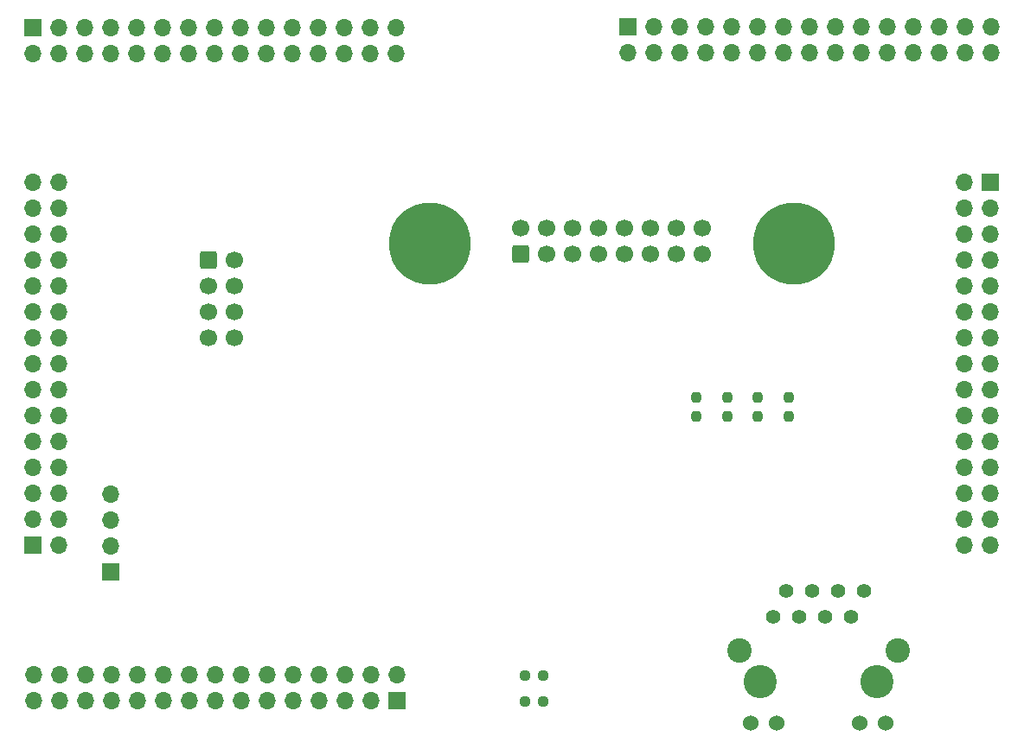
<source format=gbr>
%TF.GenerationSoftware,KiCad,Pcbnew,7.0.1*%
%TF.CreationDate,2023-05-11T10:15:00-05:00*%
%TF.ProjectId,i5ether,69356574-6865-4722-9e6b-696361645f70,rev?*%
%TF.SameCoordinates,Original*%
%TF.FileFunction,Soldermask,Top*%
%TF.FilePolarity,Negative*%
%FSLAX46Y46*%
G04 Gerber Fmt 4.6, Leading zero omitted, Abs format (unit mm)*
G04 Created by KiCad (PCBNEW 7.0.1) date 2023-05-11 10:15:00*
%MOMM*%
%LPD*%
G01*
G04 APERTURE LIST*
G04 Aperture macros list*
%AMRoundRect*
0 Rectangle with rounded corners*
0 $1 Rounding radius*
0 $2 $3 $4 $5 $6 $7 $8 $9 X,Y pos of 4 corners*
0 Add a 4 corners polygon primitive as box body*
4,1,4,$2,$3,$4,$5,$6,$7,$8,$9,$2,$3,0*
0 Add four circle primitives for the rounded corners*
1,1,$1+$1,$2,$3*
1,1,$1+$1,$4,$5*
1,1,$1+$1,$6,$7*
1,1,$1+$1,$8,$9*
0 Add four rect primitives between the rounded corners*
20,1,$1+$1,$2,$3,$4,$5,0*
20,1,$1+$1,$4,$5,$6,$7,0*
20,1,$1+$1,$6,$7,$8,$9,0*
20,1,$1+$1,$8,$9,$2,$3,0*%
G04 Aperture macros list end*
%ADD10RoundRect,0.250000X0.600000X-0.600000X0.600000X0.600000X-0.600000X0.600000X-0.600000X-0.600000X0*%
%ADD11C,1.700000*%
%ADD12C,8.000000*%
%ADD13R,1.700000X1.700000*%
%ADD14O,1.700000X1.700000*%
%ADD15RoundRect,0.237500X-0.237500X0.250000X-0.237500X-0.250000X0.237500X-0.250000X0.237500X0.250000X0*%
%ADD16RoundRect,0.250000X-0.600000X-0.600000X0.600000X-0.600000X0.600000X0.600000X-0.600000X0.600000X0*%
%ADD17RoundRect,0.237500X0.250000X0.237500X-0.250000X0.237500X-0.250000X-0.237500X0.250000X-0.237500X0*%
%ADD18C,3.250000*%
%ADD19C,1.400000*%
%ADD20C,1.530000*%
%ADD21C,2.400000*%
G04 APERTURE END LIST*
D10*
%TO.C,J1*%
X146920000Y-95150000D03*
D11*
X146920000Y-92610000D03*
X149460000Y-95150000D03*
X149460000Y-92610000D03*
X152000000Y-95150000D03*
X152000000Y-92610000D03*
X154540000Y-95150000D03*
X154540000Y-92610000D03*
X157080000Y-95150000D03*
X157080000Y-92610000D03*
X159620000Y-95150000D03*
X159620000Y-92610000D03*
X162160000Y-95150000D03*
X162160000Y-92610000D03*
X164700000Y-95150000D03*
X164700000Y-92610000D03*
D12*
X137980000Y-94130000D03*
X173640000Y-94130000D03*
%TD*%
D13*
%TO.C,J4*%
X106750000Y-126290000D03*
D14*
X106750000Y-123750000D03*
X106750000Y-121210000D03*
X106750000Y-118670000D03*
%TD*%
D15*
%TO.C,R2*%
X170140000Y-109265000D03*
X170140000Y-111090000D03*
%TD*%
%TO.C,R3*%
X167150000Y-109265000D03*
X167150000Y-111090000D03*
%TD*%
D16*
%TO.C,J3*%
X116350000Y-95780000D03*
D11*
X118890000Y-95780000D03*
X116350000Y-98320000D03*
X118890000Y-98320000D03*
X116350000Y-100860000D03*
X118890000Y-100860000D03*
X116350000Y-103400000D03*
X118890000Y-103400000D03*
%TD*%
D17*
%TO.C,R5*%
X149122500Y-138990000D03*
X147297500Y-138990000D03*
%TD*%
D15*
%TO.C,R1*%
X173130000Y-109225000D03*
X173130000Y-111050000D03*
%TD*%
%TO.C,R4*%
X164140000Y-109225000D03*
X164140000Y-111050000D03*
%TD*%
D17*
%TO.C,R6*%
X149122500Y-136450000D03*
X147297500Y-136450000D03*
%TD*%
D18*
%TO.C,J2*%
X181755000Y-137090000D03*
X170325000Y-137090000D03*
D19*
X171595000Y-130740000D03*
X172865000Y-128200000D03*
X174135000Y-130740000D03*
X175405000Y-128200000D03*
X176675000Y-130740000D03*
X177945000Y-128200000D03*
X179215000Y-130740000D03*
X180485000Y-128200000D03*
D20*
X169410000Y-141170000D03*
X171950000Y-141170000D03*
X180130000Y-141170000D03*
X182670000Y-141170000D03*
D21*
X183785000Y-134040000D03*
X168295000Y-134040000D03*
%TD*%
D13*
%TO.C,P1*%
X192910000Y-88120000D03*
D14*
X190370000Y-88120000D03*
X192910000Y-90660000D03*
X190370000Y-90660000D03*
X192910000Y-93200000D03*
X190370000Y-93200000D03*
X192910000Y-95740000D03*
X190370000Y-95740000D03*
X192910000Y-98280000D03*
X190370000Y-98280000D03*
X192910000Y-100820000D03*
X190370000Y-100820000D03*
X192910000Y-103360000D03*
X190370000Y-103360000D03*
X192910000Y-105900000D03*
X190370000Y-105900000D03*
X192910000Y-108440000D03*
X190370000Y-108440000D03*
X192910000Y-110980000D03*
X190370000Y-110980000D03*
X192910000Y-113520000D03*
X190370000Y-113520000D03*
X192910000Y-116060000D03*
X190370000Y-116060000D03*
X192910000Y-118600000D03*
X190370000Y-118600000D03*
X192910000Y-121140000D03*
X190370000Y-121140000D03*
X192910000Y-123680000D03*
X190370000Y-123680000D03*
%TD*%
D13*
%TO.C,P5*%
X134790000Y-138980000D03*
D14*
X134790000Y-136440000D03*
X132250000Y-138980000D03*
X132250000Y-136440000D03*
X129710000Y-138980000D03*
X129710000Y-136440000D03*
X127170000Y-138980000D03*
X127170000Y-136440000D03*
X124630000Y-138980000D03*
X124630000Y-136440000D03*
X122090000Y-138980000D03*
X122090000Y-136440000D03*
X119550000Y-138980000D03*
X119550000Y-136440000D03*
X117010000Y-138980000D03*
X117010000Y-136440000D03*
X114470000Y-138980000D03*
X114470000Y-136440000D03*
X111930000Y-138980000D03*
X111930000Y-136440000D03*
X109390000Y-138980000D03*
X109390000Y-136440000D03*
X106850000Y-138980000D03*
X106850000Y-136440000D03*
X104310000Y-138980000D03*
X104310000Y-136440000D03*
X101770000Y-138980000D03*
X101770000Y-136440000D03*
X99230000Y-138980000D03*
X99230000Y-136440000D03*
%TD*%
D13*
%TO.C,P2*%
X157380000Y-72880000D03*
D14*
X157380000Y-75420000D03*
X159920000Y-72880000D03*
X159920000Y-75420000D03*
X162460000Y-72880000D03*
X162460000Y-75420000D03*
X165000000Y-72880000D03*
X165000000Y-75420000D03*
X167540000Y-72880000D03*
X167540000Y-75420000D03*
X170080000Y-72880000D03*
X170080000Y-75420000D03*
X172620000Y-72880000D03*
X172620000Y-75420000D03*
X175160000Y-72880000D03*
X175160000Y-75420000D03*
X177700000Y-72880000D03*
X177700000Y-75420000D03*
X180240000Y-72880000D03*
X180240000Y-75420000D03*
X182780000Y-72880000D03*
X182780000Y-75420000D03*
X185320000Y-72880000D03*
X185320000Y-75420000D03*
X187860000Y-72880000D03*
X187860000Y-75420000D03*
X190400000Y-72880000D03*
X190400000Y-75420000D03*
X192940000Y-72880000D03*
X192940000Y-75420000D03*
%TD*%
D13*
%TO.C,P4*%
X99190000Y-123740000D03*
D14*
X101730000Y-123740000D03*
X99190000Y-121200000D03*
X101730000Y-121200000D03*
X99190000Y-118660000D03*
X101730000Y-118660000D03*
X99190000Y-116120000D03*
X101730000Y-116120000D03*
X99190000Y-113580000D03*
X101730000Y-113580000D03*
X99190000Y-111040000D03*
X101730000Y-111040000D03*
X99190000Y-108500000D03*
X101730000Y-108500000D03*
X99190000Y-105960000D03*
X101730000Y-105960000D03*
X99190000Y-103420000D03*
X101730000Y-103420000D03*
X99190000Y-100880000D03*
X101730000Y-100880000D03*
X99190000Y-98340000D03*
X101730000Y-98340000D03*
X99190000Y-95800000D03*
X101730000Y-95800000D03*
X99190000Y-93260000D03*
X101730000Y-93260000D03*
X99190000Y-90720000D03*
X101730000Y-90720000D03*
X99190000Y-88180000D03*
X101730000Y-88180000D03*
%TD*%
D13*
%TO.C,P3*%
X99180000Y-72960000D03*
D14*
X99180000Y-75500000D03*
X101720000Y-72960000D03*
X101720000Y-75500000D03*
X104260000Y-72960000D03*
X104260000Y-75500000D03*
X106800000Y-72960000D03*
X106800000Y-75500000D03*
X109340000Y-72960000D03*
X109340000Y-75500000D03*
X111880000Y-72960000D03*
X111880000Y-75500000D03*
X114420000Y-72960000D03*
X114420000Y-75500000D03*
X116960000Y-72960000D03*
X116960000Y-75500000D03*
X119500000Y-72960000D03*
X119500000Y-75500000D03*
X122040000Y-72960000D03*
X122040000Y-75500000D03*
X124580000Y-72960000D03*
X124580000Y-75500000D03*
X127120000Y-72960000D03*
X127120000Y-75500000D03*
X129660000Y-72960000D03*
X129660000Y-75500000D03*
X132200000Y-72960000D03*
X132200000Y-75500000D03*
X134740000Y-72960000D03*
X134740000Y-75500000D03*
%TD*%
M02*

</source>
